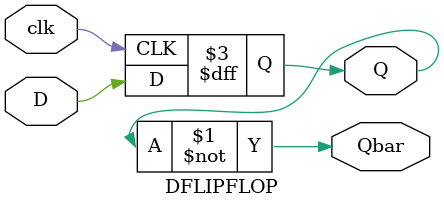
<source format=sv>

module DFLIPFLOP ( 
	output  reg  Q,
	output   Qbar, 
	
	input  logic  D, 
	input logic clk
 
);

assign Qbar = ~Q; 
always @(posedge clk) 
begin 
	Q = D;
end 
endmodule

</source>
